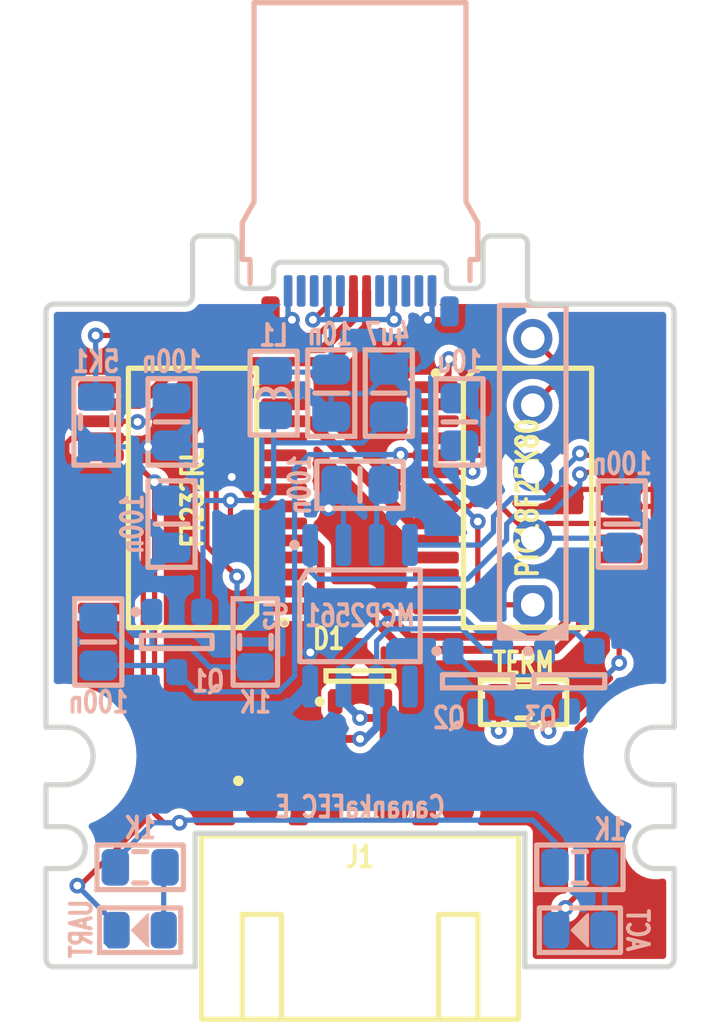
<source format=kicad_pcb>
(kicad_pcb (version 20221018) (generator pcbnew)
  (layers (0 "F.Cu" signal) (31 "B.Cu" jumper) (34 "B.Paste" user) (35 "F.Paste" user) (36 "B.SilkS" user "B.Silkscreen") (37 "F.SilkS" user "F.Silkscreen") (38 "B.Mask" user) (39 "F.Mask" user) (44 "Edge.Cuts" user))
  (net 0 "")
  (net 1 "A_CC")
  (net 2 "TXD")
  (net 3 "5V")
  (net 4 "RXD")
  (net 5 "USB_DP")
  (net 6 "USB_DM")
  (net 7 "GND")
  (net 8 "USB_Vin")
  (net 9 "3V3")
  (net 10 "5V_SW")
  (net 11 "PWREN#'")
  (net 12 "PWREN#")
  (net 13 "TXDEN")
  (net 14 "RTS_CTS")
  (net 15 "CLOCK")
  (net 16 "CANTX")
  (net 17 "CANRX")
  (net 18 "CANL")
  (net 19 "CANH")
  (net 20 "LED_UART")
  (net 21 "LED_UART'")
  (net 22 "LED_ACTIVITY")
  (net 23 "TERMINATE")
  (net 24 "ICSP_VPP")
  (net 25 "ICSP_DAT")
  (net 26 "ICSP_CLK")
  (net 27 "VDD_CORE")
  (net 28 "LED_ACTIVITY'")
  (net 29 "CAN_L_TERM")
  (net 30 "CAN_H_TERM")
  (footprint "Medo64:U Micro PIC18F25K80 (SSOP-28)" (layer "F.Cu") (at 38.4 30)
    (fp_text reference "U2" hide)
    (fp_text value "PIC18F25K80")
  )
  (footprint "Medo64:P USB C 3.2 Edge (24w)" (layer "F.Cu") (at 32 22)
    (fp_text reference "P1" hide)
    (fp_text value "105444-0001" hide)
  )
  (footprint "Medo64:D TVS SM05T1G (SOT23-3)" (layer "F.Cu") (at 32 36.8)
    (fp_text reference "D1")
    (fp_text value "TVS" hide)
  )
  (footprint "Medo64:J JST XH Edge [CAN] (4w)" (layer "F.Cu") (at 32 40.8)
    (fp_text reference "J1")
    (fp_text value "B3B-XH-A")
  )
  (footprint "Medo64:U Transciever UART FT232RL (SSOP-28)" (layer "F.Cu") (at 25.6 30 180)
    (fp_text reference "U1" hide)
    (fp_text value "FT232RL")
  )
  (footprint "Medo64:R (0805)" (layer "F.Cu") (at 38.25 37.8)
    (fp_text reference "R1" hide)
    (fp_text value "TERM")
  )
  (footprint "Medo64:R (0805)" (layer "B.Cu") (at 40.4 44.1)
    (fp_text reference "R3" hide)
    (fp_text value "1K")
  )
  (footprint "Medo64:ICSP PIC Pogo SS (5w)" (layer "B.Cu") (at 38.6 29 90)
    (fp_text reference "ICSP" hide)
    (fp_text value "Microchip PIC" hide)
  )
  (footprint "Medo64:U Transciever CAN MCP2561 (SOIC-8)" (layer "B.Cu") (at 32 34.5 -90)
    (fp_text reference "U?")
    (fp_text value "MCP2561")
  )
  (footprint "Medo64:L (0805)" (layer "B.Cu") (at 28.7 26 90)
    (fp_text reference "L1")
    (fp_text value "600R" hide)
  )
  (footprint "Medo64:C (0805)" (layer "B.Cu") (at 30.9 26 90)
    (fp_text reference "C1" hide)
    (fp_text value "10n")
  )
  (footprint "Medo64:DS (0805)" (layer "B.Cu") (at 40.4 46.5)
    (fp_text reference "DS2" hide)
    (fp_text value "ACT")
  )
  (footprint "Medo64:Q MOSFET-P (SOT23-3)" (layer "B.Cu") (at 36.5 37)
    (fp_text reference "Q2")
    (fp_text value "" hide)
  )
  (footprint "Medo64:R (0805)" (layer "B.Cu") (at 28 35.5 -90)
    (fp_text reference "R3" hide)
    (fp_text value "1K")
  )
  (footprint "Medo64:C (0805)" (layer "B.Cu") (at 24.8 27.1 90)
    (fp_text reference "C3" hide)
    (fp_text value "100n")
  )
  (footprint "Medo64:C (0805)" (layer "B.Cu") (at 42 31 -90)
    (fp_text reference "C5" hide)
    (fp_text value "100n")
  )
  (footprint "Medo64:C (0805)" (layer "B.Cu") (at 24.8 31 90)
    (fp_text reference "C2" hide)
    (fp_text value "100n")
  )
  (footprint "Medo64:Q MOSFET-P (SOT23-3)" (layer "B.Cu") (at 40 37)
    (fp_text reference "Q3")
    (fp_text value "" hide)
  )
  (footprint "Medo64:R (0805)" (layer "B.Cu") (at 21.92 27.1 90)
    (fp_text reference "R4" hide)
    (fp_text value "5K1")
  )
  (footprint "Medo64:C (0805)" (layer "B.Cu") (at 32 29.5)
    (fp_text reference "C6" hide)
    (fp_text value "100n")
  )
  (footprint "Medo64:C (0805)" (layer "B.Cu") (at 35.8 27.1 -90)
    (fp_text reference "C8" hide)
    (fp_text value "10u")
  )
  (footprint "Medo64:Q MOSFET-P (SOT23-3)" (layer "B.Cu") (at 25 35.5)
    (fp_text reference "Q1")
    (fp_text value "" hide)
  )
  (footprint "Medo64:DS (0805)" (layer "B.Cu") (at 23.6 46.5)
    (fp_text reference "DS1" hide)
    (fp_text value "UART")
  )
  (footprint "Medo64:R (0805)" (layer "B.Cu") (at 23.6 44.1)
    (fp_text reference "R2" hide)
    (fp_text value "1K")
  )
  (footprint "Medo64:C (0805)" (layer "B.Cu") (at 33.1 26 -90)
    (fp_text reference "C7" hide)
    (fp_text value "4u7")
  )
  (footprint "Medo64:C (0805)" (layer "B.Cu") (at 22 35.5 -90)
    (fp_text reference "C4" hide)
    (fp_text value "100n")
  )
  (gr_line locked (start 38.4 20.3) (end 38.4 22.3) (stroke (width 0.2)) (layer "Edge.Cuts"))
  (gr_arc locked (start 25.6 22.3) (mid 25.512132 22.512132) (end 25.3 22.6) (stroke (width 0.2)) (layer "Edge.Cuts"))
  (gr_arc locked (start 43.3 40.95) (mid 42.2 39.85) (end 43.3 38.75) (stroke (width 0.2)) (layer "Edge.Cuts"))
  (gr_line locked (start 38.3 47.9) (end 43.7 47.9) (stroke (width 0.2)) (layer "Edge.Cuts"))
  (gr_line locked (start 20.7 40.95) (end 20 40.95) (stroke (width 0.2)) (layer "Edge.Cuts"))
  (gr_line locked (start 43.3 40.95) (end 44 40.95) (stroke (width 0.2)) (layer "Edge.Cuts"))
  (gr_line locked (start 44 44.15) (end 43.3 44.15) (stroke (width 0.2)) (layer "Edge.Cuts"))
  (gr_arc locked (start 35 21) (mid 35.212132 21.087868) (end 35.3 21.3) (stroke (width 0.2)) (layer "Edge.Cuts"))
  (gr_arc locked (start 28.7 21.3) (mid 28.787868 21.087868) (end 29 21) (stroke (width 0.2)) (layer "Edge.Cuts"))
  (gr_line locked (start 38.1 20) (end 37 20) (stroke (width 0.2)) (layer "Edge.Cuts"))
  (gr_arc locked (start 28.7 21.7) (mid 28.612132 21.912132) (end 28.4 22) (stroke (width 0.2)) (layer "Edge.Cuts"))
  (gr_arc locked (start 27 20) (mid 27.212132 20.087868) (end 27.3 20.3) (stroke (width 0.2)) (layer "Edge.Cuts"))
  (gr_arc locked (start 43.7 22.6) (mid 43.912132 22.687868) (end 44 22.9) (stroke (width 0.2)) (layer "Edge.Cuts"))
  (gr_line locked (start 20 44.15) (end 20 47.6) (stroke (width 0.2)) (layer "Edge.Cuts"))
  (gr_line locked (start 20 38.75) (end 20.7 38.75) (stroke (width 0.2)) (layer "Edge.Cuts"))
  (gr_line locked (start 44 42.55) (end 43.3 42.55) (stroke (width 0.2)) (layer "Edge.Cuts"))
  (gr_arc locked (start 38.7 22.6) (mid 38.487868 22.512132) (end 38.4 22.3) (stroke (width 0.2)) (layer "Edge.Cuts"))
  (gr_line locked (start 44 42.55) (end 44 40.95) (stroke (width 0.2)) (layer "Edge.Cuts"))
  (gr_line locked (start 28.4 22) (end 27.6 22) (stroke (width 0.2)) (layer "Edge.Cuts"))
  (gr_line locked (start 43.7 22.6) (end 38.7 22.6) (stroke (width 0.2)) (layer "Edge.Cuts"))
  (gr_line locked (start 20.3 22.6) (end 25.3 22.6) (stroke (width 0.2)) (layer "Edge.Cuts"))
  (gr_arc locked (start 38.1 20) (mid 38.312132 20.087868) (end 38.4 20.3) (stroke (width 0.2)) (layer "Edge.Cuts"))
  (gr_arc locked (start 35.6 22) (mid 35.387868 21.912132) (end 35.3 21.7) (stroke (width 0.2)) (layer "Edge.Cuts"))
  (gr_line locked (start 35.3 21.7) (end 35.3 21.3) (stroke (width 0.2)) (layer "Edge.Cuts"))
  (gr_line locked (start 27.3 20.3) (end 27.3 21.7) (stroke (width 0.2)) (layer "Edge.Cuts"))
  (gr_arc locked (start 20 22.9) (mid 20.087868 22.687868) (end 20.3 22.6) (stroke (width 0.2)) (layer "Edge.Cuts"))
  (gr_arc locked (start 36.7 20.3) (mid 36.787868 20.087868) (end 37 20) (stroke (width 0.2)) (layer "Edge.Cuts"))
  (gr_arc locked (start 20.7 42.55) (mid 21.5 43.35) (end 20.7 44.15) (stroke (width 0.2)) (layer "Edge.Cuts"))
  (gr_arc locked (start 27.6 22) (mid 27.387868 21.912132) (end 27.3 21.7) (stroke (width 0.2)) (layer "Edge.Cuts"))
  (gr_line locked (start 36.7 20.3) (end 36.7 21.7) (stroke (width 0.2)) (layer "Edge.Cuts"))
  (gr_arc locked (start 44 47.6) (mid 43.912132 47.812132) (end 43.7 47.9) (stroke (width 0.2)) (layer "Edge.Cuts"))
  (gr_line locked (start 36.4 22) (end 35.6 22) (stroke (width 0.2)) (layer "Edge.Cuts"))
  (gr_line locked (start 44 22.9) (end 44 38.75) (stroke (width 0.2)) (layer "Edge.Cuts"))
  (gr_line locked (start 43.3 38.75) (end 44 38.75) (stroke (width 0.2)) (layer "Edge.Cuts"))
  (gr_line locked (start 28.7 21.7) (end 28.7 21.3) (stroke (width 0.2)) (layer "Edge.Cuts"))
  (gr_arc locked (start 20.7 38.75) (mid 21.8 39.85) (end 20.7 40.95) (stroke (width 0.2)) (layer "Edge.Cuts"))
  (gr_arc locked (start 43.3 44.15) (mid 42.5 43.35) (end 43.3 42.55) (stroke (width 0.2)) (layer "Edge.Cuts"))
  (gr_line locked (start 25.9 20) (end 27 20) (stroke (width 0.2)) (layer "Edge.Cuts"))
  (gr_line locked (start 25.6 20.3) (end 25.6 22.3) (stroke (width 0.2)) (layer "Edge.Cuts"))
  (gr_line locked (start 44 44.15) (end 44 47.6) (stroke (width 0.2)) (layer "Edge.Cuts"))
  (gr_line locked (start 20 22.9) (end 20 38.75) (stroke (width 0.2)) (layer "Edge.Cuts"))
  (gr_line locked (start 20.7 44.15) (end 20 44.15) (stroke (width 0.2)) (layer "Edge.Cuts"))
  (gr_line locked (start 38.3 42.8) (end 25.7 42.8) (stroke (width 0.2)) (layer "Edge.Cuts"))
  (gr_arc locked (start 25.6 20.3) (mid 25.687868 20.087868) (end 25.9 20) (stroke (width 0.2)) (layer "Edge.Cuts"))
  (gr_arc locked (start 36.7 21.7) (mid 36.612132 21.912132) (end 36.4 22) (stroke (width 0.2)) (layer "Edge.Cuts"))
  (gr_line locked (start 29 21) (end 35 21) (stroke (width 0.2)) (layer "Edge.Cuts"))
  (gr_line locked (start 25.7 47.9) (end 25.7 42.8) (stroke (width 0.2)) (layer "Edge.Cuts"))
  (gr_line locked (start 20.7 42.55) (end 20 42.55) (stroke (width 0.2)) (layer "Edge.Cuts"))
  (gr_line locked (start 20 42.55) (end 20 40.95) (stroke (width 0.2)) (layer "Edge.Cuts"))
  (gr_line locked (start 20.3 47.9) (end 25.7 47.9) (stroke (width 0.2)) (layer "Edge.Cuts"))
  (gr_line locked (start 38.3 47.9) (end 38.3 42.8) (stroke (width 0.2)) (layer "Edge.Cuts"))
  (gr_arc locked (start 20.3 47.9) (mid 20.087868 47.812132) (end 20 47.6) (stroke (width 0.2)) (layer "Edge.Cuts"))
  (gr_text "CanankaFEC E" (at 32 41.8) (layer "B.SilkS") (effects (font (size 0.8 0.6) (thickness 0.15) bold) (justify mirror)))
  (segment (start 31.25 22.927808) (end 30.377808 23.8) (width 0.2) (layer "F.Cu") (net 1))
  (segment (start 31.25 22.1) (end 31.25 22.927808) (width 0.2) (layer "F.Cu") (net 1))
  (segment (start 30.377808 23.8) (end 21.9 23.8) (width 0.2) (layer "F.Cu") (net 1))
  (via (at 21.9 23.8) (size 0.6) (drill 0.3) (layers "F.Cu" "B.Cu") (net 1))
  (segment (start 21.9 23.8) (end 21.9 26.13) (width 0.2) (layer "B.Cu") (net 1))
  (segment (start 29.1 34.225) (end 32.088604 34.225) (width 0.3) (layer "F.Cu") (net 2))
  (segment (start 39.5 35.8) (end 40.4 34.9) (width 0.3) (layer "F.Cu") (net 2))
  (segment (start 40.711396 32.925) (end 41.9 32.925) (width 0.3) (layer "F.Cu") (net 2))
  (segment (start 40.4 33.236396) (end 40.711396 32.925) (width 0.3) (layer "F.Cu") (net 2))
  (segment (start 33.663604 35.8) (end 39.5 35.8) (width 0.3) (layer "F.Cu") (net 2))
  (segment (start 32.088604 34.225) (end 33.663604 35.8) (width 0.3) (layer "F.Cu") (net 2))
  (segment (start 40.4 34.9) (end 40.4 33.236396) (width 0.3) (layer "F.Cu") (net 2))
  (segment (start 24.499647 42.399647) (end 25.099647 42.399647) (width 0.2) (layer "F.Cu") (net 3))
  (segment (start 23.775 29.025) (end 24.15 29.4) (width 0.2) (layer "F.Cu") (net 3))
  (segment (start 28.047793 32.275) (end 29.1 32.275) (width 0.2) (layer "F.Cu") (net 3))
  (segment (start 24.15 29.4) (end 24.15 42.05) (width 0.2) (layer "F.Cu") (net 3))
  (segment (start 27.0495 31.276707) (end 28.047793 32.275) (width 0.2) (layer "F.Cu") (net 3))
  (segment (start 24.15 42.05) (end 24.499647 42.399647) (width 0.2) (layer "F.Cu") (net 3))
  (segment (start 27.0495 30.1) (end 27.0495 31.276707) (width 0.2) (layer "F.Cu") (net 3))
  (segment (start 22.1 29.025) (end 23.775 29.025) (width 0.2) (layer "F.Cu") (net 3))
  (via (at 27.0495 30.1) (size 0.6) (drill 0.3) (layers "F.Cu" "B.Cu") (net 3))
  (via (at 24.15 29.4) (size 0.6) (drill 0.3) (layers "F.Cu" "B.Cu") (net 3))
  (via (at 25.099647 42.399647) (size 0.6) (drill 0.3) (layers "F.Cu" "B.Cu") (net 3))
  (segment (start 28.7 29.8) (end 28.7 27.9) (width 0.2) (layer "B.Cu") (net 3))
  (segment (start 39.45 43.15) (end 38.6 42.3) (width 0.2) (layer "B.Cu") (net 3))
  (segment (start 28.4 30.1) (end 28.7 29.8) (width 0.2) (layer "B.Cu") (net 3))
  (segment (start 28.7 27.9) (end 28.7 26.85) (width 0.2) (layer "B.Cu") (net 3))
  (segment (start 39.45 44.1) (end 39.45 43.15) (width 0.2) (layer "B.Cu") (net 3))
  (segment (start 25.099647 42.399647) (end 24.100353 42.399647) (width 0.2) (layer "B.Cu") (net 3))
  (segment (start 25.199294 42.3) (end 25.099647 42.399647) (width 0.2) (layer "B.Cu") (net 3))
  (segment (start 24.8 30.1) (end 24.15 29.45) (width 0.2) (layer "B.Cu") (net 3))
  (segment (start 26 30.1) (end 24.8 30.1) (width 0.2) (layer "B.Cu") (net 3))
  (segment (start 27.0495 30.1) (end 28.4 30.1) (width 0.2) (layer "B.Cu") (net 3))
  (segment (start 33.1 26.9) (end 32.1 27.9) (width 0.2) (layer "B.Cu") (net 3))
  (segment (start 24.15 29.45) (end 24.15 29.4) (width 0.2) (layer "B.Cu") (net 3))
  (segment (start 26 34.3) (end 26 30.1) (width 0.2) (layer "B.Cu") (net 3))
  (segment (start 32.1 27.9) (end 28.7 27.9) (width 0.2) (layer "B.Cu") (net 3))
  (segment (start 24.100353 42.399647) (end 22.65 43.85) (width 0.2) (layer "B.Cu") (net 3))
  (segment (start 38.6 42.3) (end 25.199294 42.3) (width 0.2) (layer "B.Cu") (net 3))
  (segment (start 26 30.1) (end 27.0495 30.1) (width 0.2) (layer "B.Cu") (net 3))
  (segment (start 40.625 32.275) (end 41.9 32.275) (width 0.3) (layer "F.Cu") (net 4))
  (segment (start 29.1 31.625) (end 30.225 31.625) (width 0.3) (layer "F.Cu") (net 4))
  (segment (start 39.9 34.7) (end 39.9 33) (width 0.3) (layer "F.Cu") (net 4))
  (segment (start 30.5 33.55) (end 30.65 33.7) (width 0.3) (layer "F.Cu") (net 4))
  (segment (start 39.3 35.3) (end 39.9 34.7) (width 0.3) (layer "F.Cu") (net 4))
  (segment (start 30.65 33.7) (end 32.3 33.7) (width 0.3) (layer "F.Cu") (net 4))
  (segment (start 33.9 35.3) (end 39.3 35.3) (width 0.3) (layer "F.Cu") (net 4))
  (segment (start 39.9 33) (end 40.625 32.275) (width 0.3) (layer "F.Cu") (net 4))
  (segment (start 30.225 31.625) (end 30.5 31.9) (width 0.3) (layer "F.Cu") (net 4))
  (segment (start 30.5 31.9) (end 30.5 33.55) (width 0.3) (layer "F.Cu") (net 4))
  (segment (start 32.3 33.7) (end 33.9 35.3) (width 0.3) (layer "F.Cu") (net 4))
  (segment (start 22.1 25.775) (end 23.517894 25.775) (width 0.35) (layer "F.Cu") (net 5))
  (segment (start 31.75 23.15) (end 31.75 22.1) (width 0.35) (layer "F.Cu") (net 5))
  (segment (start 24.992893 24.3) (end 30.6 24.3) (width 0.35) (layer "F.Cu") (net 5))
  (segment (start 30.6 24.3) (end 31.75 23.15) (width 0.35) (layer "F.Cu") (net 5))
  (segment (start 23.517894 25.775) (end 24.992893 24.3) (width 0.35) (layer "F.Cu") (net 5))
  (segment (start 30.907107 24.8) (end 25.2 24.8) (width 0.35) (layer "F.Cu") (net 6))
  (segment (start 32.25 22.1) (end 32.25 23.457107) (width 0.35) (layer "F.Cu") (net 6))
  (segment (start 25.2 24.8) (end 23.575 26.425) (width 0.35) (layer "F.Cu") (net 6))
  (segment (start 32.25 23.457107) (end 30.907107 24.8) (width 0.35) (layer "F.Cu") (net 6))
  (segment (start 23.575 26.425) (end 22.1 26.425) (width 0.35) (layer "F.Cu") (net 6))
  (segment (start 28.25 40.8) (end 28.25 38.85) (width 0.6) (layer "F.Cu") (net 7))
  (segment (start 42.975 31.625) (end 43.2 31.4) (width 0.2) (layer "F.Cu") (net 7))
  (segment (start 34.75 22.1) (end 34.75 23.05) (width 0.2) (layer "F.Cu") (net 7))
  (segment (start 36.3 29.8) (end 36.175 29.675) (width 0.2) (layer "F.Cu") (net 7))
  (segment (start 23.575 27.725) (end 23.9 28.05) (width 0.2) (layer "F.Cu") (net 7))
  (segment (start 30.725 30.325) (end 30.8 30.4) (width 0.2) (layer "F.Cu") (net 7))
  (segment (start 33.575 29.675) (end 32.6 28.7) (width 0.2) (layer "F.Cu") (net 7))
  (segment (start 20.8 29.7) (end 20.825 29.675) (width 0.2) (layer "F.Cu") (net 7))
  (segment (start 36.175 29.675) (end 34.9 29.675) (width 0.2) (layer "F.Cu") (net 7))
  (segment (start 22.1 27.725) (end 23.575 27.725) (width 0.2) (layer "F.Cu") (net 7))
  (segment (start 36.7 27.1) (end 36.7 23.4) (width 0.2) (layer "F.Cu") (net 7))
  (segment (start 43.2 30.325) (end 43.2 27.9) (width 0.2) (layer "F.Cu") (net 7))
  (segment (start 36.175 30.325) (end 36.3 30.2) (width 0.2) (layer "F.Cu") (net 7))
  (segment (start 34.9 29.675) (end 33.575 29.675) (width 0.2) (layer "F.Cu") (net 7))
  (segment (start 29.1 30.325) (end 28.225 30.325) (width 0.2) (layer "F.Cu") (net 7))
  (segment (start 34.75 22.95697) (end 34.75 22.1) (width 0.2) (layer "F.Cu") (net 7))
  (segment (start 22.1 32.275) (end 20.8 32.275) (width 0.2) (layer "F.Cu") (net 7))
  (segment (start 41.9 31.625) (end 42.975 31.625) (width 0.2) (layer "F.Cu") (net 7))
  (segment (start 31.275 35.825) (end 32 35.825) (width 0.6) (layer "F.Cu") (net 7))
  (segment (start 30.1 35.9) (end 31.2 35.9) (width 0.2) (layer "F.Cu") (net 7))
  (segment (start 36.7 23.4) (end 36.5 23.2) (width 0.2) (layer "F.Cu") (net 7))
  (segment (start 20.8 27.9) (end 20.975 27.725) (width 0.2) (layer "F.Cu") (net 7))
  (segment (start 43.2 31.4) (end 43.2 30.325) (width 0.2) (layer "F.Cu") (net 7))
  (segment (start 43.025 27.725) (end 41.9 27.725) (width 0.2) (layer "F.Cu") (net 7))
  (segment (start 43.125 29.675) (end 41.9 29.675) (width 0.2) (layer "F.Cu") (net 7))
  (segment (start 32.6 25.2) (end 34.6 23.2) (width 0.2) (layer "F.Cu") (net 7))
  (segment (start 38.6 29) (end 36.7 27.1) (width 0.2) (layer "F.Cu") (net 7))
  (segment (start 43.2 27.9) (end 43.025 27.725) (width 0.2) (layer "F.Cu") (net 7))
  (segment (start 22.1 32.925) (end 20.925 32.925) (width 0.2) (layer "F.Cu") (net 7))
  (segment (start 29.25 23.05) (end 29.4 23.2) (width 0.2) (layer "F.Cu") (net 7))
  (segment (start 20.975 27.725) (end 22.1 27.725) (width 0.2) (layer "F.Cu") (net 7))
  (segment (start 43.2 30.325) (end 41.9 30.325) (width 0.2) (layer "F.Cu") (net 7))
  (segment (start 34.9 30.325) (end 36.175 30.325) (width 0.2) (layer "F.Cu") (net 7))
  (segment (start 20.825 29.675) (end 22.1 29.675) (width 0.2) (layer "F.Cu") (net 7))
  (segment (start 20.8 29.7) (end 20.8 27.9) (width 0.2) (layer "F.Cu") (net 7))
  (segment (start 34.75 23.05) (end 34.6 23.2) (width 0.2) (layer "F.Cu") (net 7))
  (segment (start 29.25 22.1) (end 29.25 23.05) (width 0.2) (layer "F.Cu") (net 7))
  (segment (start 34.50697 23.2) (end 34.75 22.95697) (width 0.2) (layer "F.Cu") (net 7))
  (segment (start 41.9 29.675) (end 39.275 29.675) (width 0.2) (layer "F.Cu") (net 7))
  (segment (start 20.8 32.275) (end 20.8 29.7) (width 0.2) (layer "F.Cu") (net 7))
  (segment (start 28.225 30.325) (end 27.1 29.2) (width 0.2) (layer "F.Cu") (net 7))
  (segment (start 36.3 30.2) (end 36.3 29.8) (width 0.2) (layer "F.Cu") (net 7))
  (segment (start 28.25 38.85) (end 31.275 35.825) (width 0.6) (layer "F.Cu") (net 7))
  (segment (start 39.275 29.675) (end 38.6 29) (width 0.2) (layer "F.Cu") (net 7))
  (segment (start 31.2 35.9) (end 31.275 35.825) (width 0.2) (layer "F.Cu") (net 7))
  (segment (start 29.1 30.325) (end 30.725 30.325) (width 0.2) (layer "F.Cu") (net 7))
  (segment (start 32.6 28.7) (end 32.6 25.2) (width 0.2) (layer "F.Cu") (net 7))
  (segment (start 36.5 23.2) (end 34.6 23.2) (width 0.2) (layer "F.Cu") (net 7))
  (segment (start 20.8 32.8) (end 20.8 32.275) (width 0.2) (layer "F.Cu") (net 7))
  (segment (start 20.925 32.925) (end 20.8 32.8) (width 0.2) (layer "F.Cu") (net 7))
  (via (at 27.1 29.2) (size 0.6) (drill 0.3) (layers "F.Cu" "B.Cu") (net 7))
  (via (at 23.9 28.05) (size 0.6) (drill 0.3) (layers "F.Cu" "B.Cu") (net 7))
  (via (at 30.8 30.4) (size 0.6) (drill 0.3) (layers "F.Cu" "B.Cu") (net 7))
  (via (at 29.4 23.2) (size 0.6) (drill 0.3) (layers "F.Cu" "B.Cu") (net 7))
  (via (at 34.6 23.2) (size 0.6) (drill 0.3) (layers "F.Cu" "B.Cu") (net 7))
  (via (at 30.1 35.9) (size 0.6) (drill 0.3) (layers "F.Cu" "B.Cu") (net 7))
  (segment (start 25.9 28) (end 24.8 28) (width 0.2) (layer "B.Cu") (net 7))
  (segment (start 30.095 35.905) (end 30.1 35.9) (width 0.2) (layer "B.Cu") (net 7))
  (segment (start 30.095 37.2) (end 30.095 35.905) (width 0.2) (layer "B.Cu") (net 7))
  (segment (start 36.2 25.1) (end 36.2 24.5) (width 0.2) (layer "B.Cu") (net 7))
  (segment (start 34.6 24.7) (end 34.6 24) (width 0.2) (layer "B.Cu") (net 7))
  (segment (start 27.3 23.7) (end 27.3 26) (width 0.2) (layer "B.Cu") (net 7))
  (segment (start 24.4 28.3) (end 24.15 28.05) (width 0.2) (layer "B.Cu") (net 7))
  (segment (start 42 25.4) (end 41.7 25.1) (width 0.2) (layer "B.Cu") (net 7))
  (segment (start 30.8 30.4) (end 30.8 29.8) (width 0.2) (layer "B.Cu") (net 7))
  (segment (start 32.275 26.025) (end 30.9 26.025) (width 0.2) (layer "B.Cu") (net 7))
  (segment (start 34.6 24) (end 34.6 23.2) (width 0.2) (layer "B.Cu") (net 7))
  (segment (start 35.7 24) (end 34.6 24) (width 0.2) (layer "B.Cu") (net 7))
  (segment (start 36.2 24.5) (end 35.7 24) (width 0.2) (layer "B.Cu") (net 7))
  (segment (start 34.75 22.1) (end 34.75 23.05) (width 0.2) (layer "B.Cu") (net 7))
  (segment (start 42 30.1) (end 42 25.4) (width 0.2) (layer "B.Cu") (net 7))
  (segment (start 33.1 25.2) (end 32.275 26.025) (width 0.2) (layer "B.Cu") (net 7))
  (segment (start 29.4 23.2) (end 27.8 23.2) (width 0.2) (layer "B.Cu") (net 7))
  (segment (start 27.8 23.2) (end 27.3 23.7) (width 0.2) (layer "B.Cu") (net 7))
  (segment (start 23.6 28.05) (end 23.9 28.05) (width 0.2) (layer "B.Cu") (net 7))
  (segment (start 34.2 25.1) (end 34.6 24.7) (width 0.2) (layer "B.Cu") (net 7))
  (segment (start 27.1 29.2) (end 27.1 28) (width 0.2) (layer "B.Cu") (net 7))
  (segment (start 41.7 25.1) (end 36.2 25.1) (width 0.2) (layer "B.Cu") (net 7))
  (segment (start 36.2 25.8) (end 36.2 25.1) (width 0.2) (layer "B.Cu") (net 7))
  (segment (start 29.25 23.05) (end 29.25 22.1) (width 0.2) (layer "B.Cu") (net 7))
  (segment (start 23.6 30.7) (end 23.6 28.05) (width 0.2) (layer "B.Cu") (net 7))
  (segment (start 30.9 26.9) (end 30.9 26.025) (width 0.2) (layer "B.Cu") (net 7))
  (segment (start 24.15 28.05) (end 23.9 28.05) (width 0.2) (layer "B.Cu") (net 7))
  (segment (start 27.1 28) (end 27.3 27.8) (width 0.2) (layer "B.Cu") (net 7))
  (segment (start 27.1 28) (end 25.9 28) (width 0.2) (layer "B.Cu") (net 7))
  (segment (start 33.1 25.1) (end 34.2 25.1) (width 0.2) (layer "B.Cu") (net 7))
  (segment (start 24.8 31.9) (end 23.6 30.7) (width 0.2) (layer "B.Cu") (net 7))
  (segment (start 31.365 31.8) (end 31.365 29.765) (width 0.2) (layer "B.Cu") (net 7))
  (segment (start 21.92 28.05) (end 24.75 28.05) (width 0.2) (layer "B.Cu") (net 7))
  (segment (start 29.4 23.2) (end 29.25 23.05) (width 0.2) (layer "B.Cu") (net 7))
  (segment (start 30.9 26.025) (end 27.325 26.025) (width 0.2) (layer "B.Cu") (net 7))
  (segment (start 34.75 23.05) (end 34.6 23.2) (width 0.2) (layer "B.Cu") (net 7))
  (segment (start 27.325 26.025) (end 27.3 26) (width 0.2) (layer "B.Cu") (net 7))
  (segment (start 27.3 27.8) (end 27.3 26) (width 0.2) (layer "B.Cu") (net 7))
  (segment (start 33.25 22.1) (end 33.25 23.15) (width 0.2) (layer "F.Cu") (net 8))
  (segment (start 30.220236 23.19999) (end 30.2 23.19999) (width 0.2) (layer "F.Cu") (net 8))
  (segment (start 30.75 22.1) (end 30.75 22.670226) (width 0.2) (layer "F.Cu") (net 8))
  (segment (start 30.75 22.670226) (end 30.220236 23.19999) (width 0.2) (layer "F.Cu") (net 8))
  (via (at 30.2 23.19999) (size 0.6) (drill 0.3) (layers "F.Cu" "B.Cu") (net 8))
  (via (at 33.3 23.192136) (size 0.6) (drill 0.3) (layers "F.Cu" "B.Cu") (net 8))
  (segment (start 30.692146 23.19999) (end 30.2 23.19999) (width 0.2) (layer "B.Cu") (net 8))
  (segment (start 30.9 23.192136) (end 30.207854 23.192136) (width 0.2) (layer "B.Cu") (net 8))
  (segment (start 33.25 22.1) (end 33.25 23.05) (width 0.2) (layer "B.Cu") (net 8))
  (segment (start 30.75 23.142136) (end 30.692146 23.19999) (width 0.2) (layer "B.Cu") (net 8))
  (segment (start 30.75 22.1) (end 30.75 23.142136) (width 0.2) (layer "B.Cu") (net 8))
  (segment (start 33.25 23.05) (end 33.3 23.1) (width 0.2) (layer "B.Cu") (net 8))
  (segment (start 30.207854 23.192136) (end 30.2 23.19999) (width 0.2) (layer "B.Cu") (net 8))
  (segment (start 33.3 23.192136) (end 30.9 23.192136) (width 0.2) (layer "B.Cu") (net 8))
  (segment (start 30.9 25.2) (end 30.9 23.192136) (width 0.2) (layer "B.Cu") (net 8))
  (segment (start 30.9 25.2) (end 28.75 25.2) (width 0.2) (layer "B.Cu") (net 8))
  (segment (start 23.475 27.075) (end 23.5 27.1) (width 0.2) (layer "F.Cu") (net 9))
  (segment (start 22.1 27.075) (end 23.475 27.075) (width 0.2) (layer "F.Cu") (net 9))
  (via (at 23.5 27.1) (size 0.6) (drill 0.3) (layers "F.Cu" "B.Cu") (net 9))
  (segment (start 23.5 27.1) (end 23.8 27.1) (width 0.2) (layer "B.Cu") (net 9))
  (segment (start 23.8 27.1) (end 24.4 26.5) (width 0.2) (layer "B.Cu") (net 9))
  (segment (start 36.875 28.375) (end 37.3 28.8) (width 0.2) (layer "F.Cu") (net 10))
  (segment (start 37.3 30.24) (end 38.6 31.54) (width 0.2) (layer "F.Cu") (net 10))
  (segment (start 34.9 28.375) (end 33.576409 28.375) (width 0.2) (layer "F.Cu") (net 10))
  (segment (start 37.3 28.8) (end 37.3 30.24) (width 0.2) (layer "F.Cu") (net 10))
  (segment (start 34.9 28.375) (end 36.875 28.375) (width 0.2) (layer "F.Cu") (net 10))
  (segment (start 33.576409 28.375) (end 33.55 28.348591) (width 0.2) (layer "F.Cu") (net 10))
  (segment (start 38.6 31.54) (end 39.165 30.975) (width 0.2) (layer "F.Cu") (net 10))
  (segment (start 39.165 30.975) (end 41.9 30.975) (width 0.2) (layer "F.Cu") (net 10))
  (via (at 33.55 28.348591) (size 0.6) (drill 0.3) (layers "F.Cu" "B.Cu") (net 10))
  (segment (start 32.635 31.8) (end 32.635 29.765) (width 0.2) (layer "B.Cu") (net 10))
  (segment (start 29.5 36.8) (end 29.5 28.9) (width 0.2) (layer "B.Cu") (net 10))
  (segment (start 29.5 28.9) (end 30.051409 28.348591) (width 0.2) (layer "B.Cu") (net 10))
  (segment (start 41.64 31.54) (end 38.6 31.54) (width 0.2) (layer "B.Cu") (net 10))
  (segment (start 25 36.65) (end 25.75 37.4) (width 0.2) (layer "B.Cu") (net 10))
  (segment (start 32.951409 28.348591) (end 33.55 28.348591) (width 0.2) (layer "B.Cu") (net 10))
  (segment (start 32.9 28.4) (end 32.951409 28.348591) (width 0.2) (layer "B.Cu") (net 10))
  (segment (start 32.9 29.5) (end 32.9 28.4) (width 0.2) (layer "B.Cu") (net 10))
  (segment (start 22 36.4) (end 24.75 36.4) (width 0.2) (layer "B.Cu") (net 10))
  (segment (start 25.75 37.4) (end 28.9 37.4) (width 0.2) (layer "B.Cu") (net 10))
  (segment (start 30.051409 28.348591) (end 33.55 28.348591) (width 0.2) (layer "B.Cu") (net 10))
  (segment (start 28.9 37.4) (end 29.5 36.8) (width 0.2) (layer "B.Cu") (net 10))
  (segment (start 24.05 35.65) (end 24.05 34.35) (width 0.2) (layer "B.Cu") (net 11))
  (segment (start 28 36.45) (end 26.25 36.45) (width 0.2) (layer "B.Cu") (net 11))
  (segment (start 23.2 35.7) (end 22.1 34.6) (width 0.2) (layer "B.Cu") (net 11))
  (segment (start 24.25 35.7) (end 24.1 35.7) (width 0.2) (layer "B.Cu") (net 11))
  (segment (start 26.25 36.45) (end 25.5 35.7) (width 0.2) (layer "B.Cu") (net 11))
  (segment (start 24.1 35.7) (end 24.05 35.65) (width 0.2) (layer "B.Cu") (net 11))
  (segment (start 24.25 35.7) (end 23.2 35.7) (width 0.2) (layer "B.Cu") (net 11))
  (segment (start 25.5 35.7) (end 24.25 35.7) (width 0.2) (layer "B.Cu") (net 11))
  (segment (start 26.15 27.65) (end 26.15 31.84999) (width 0.2) (layer "F.Cu") (net 12))
  (segment (start 26.15 31.84999) (end 27.3 32.99999) (width 0.2) (layer "F.Cu") (net 12))
  (segment (start 28.025 25.775) (end 26.15 27.65) (width 0.2) (layer "F.Cu") (net 12))
  (segment (start 29.1 25.775) (end 28.025 25.775) (width 0.2) (layer "F.Cu") (net 12))
  (via (at 27.3 32.99999) (size 0.6) (drill 0.3) (layers "F.Cu" "B.Cu") (net 12))
  (segment (start 28 34.55) (end 27.3 33.85) (width 0.2) (layer "B.Cu") (net 12))
  (segment (start 27.3 33.85) (end 27.3 32.99999) (width 0.2) (layer "B.Cu") (net 12))
  (segment (start 26.5 28.894974) (end 27.669974 27.725) (width 0.2) (layer "F.Cu") (net 14))
  (segment (start 27.669974 27.725) (end 29.1 27.725) (width 0.2) (layer "F.Cu") (net 14))
  (segment (start 29.1 32.925) (end 28.202818 32.925) (width 0.2) (layer "F.Cu") (net 14))
  (segment (start 28.202818 32.925) (end 26.5 31.222182) (width 0.2) (layer "F.Cu") (net 14))
  (segment (start 26.5 31.222182) (end 26.5 28.894974) (width 0.2) (layer "F.Cu") (net 14))
  (segment (start 30.075 27.075) (end 29.1 27.075) (width 0.4) (layer "F.Cu") (net 15))
  (segment (start 34.9 30.975) (end 33.975 30.975) (width 0.4) (layer "F.Cu") (net 15))
  (segment (start 33.975 30.975) (end 30.075 27.075) (width 0.4) (layer "F.Cu") (net 15))
  (segment (start 41.9 29.025) (end 40.475 29.025) (width 0.2) (layer "F.Cu") (net 16))
  (segment (start 40.475 29.025) (end 40.4 29.1) (width 0.2) (layer "F.Cu") (net 16))
  (via (at 40.4 29.1) (size 0.6) (drill 0.3) (layers "F.Cu" "B.Cu") (net 16))
  (segment (start 37.6 31) (end 37.6 31.6) (width 0.2) (layer "B.Cu") (net 16))
  (segment (start 40.4 29.1) (end 40.4 29.5) (width 0.2) (layer "B.Cu") (net 16))
  (segment (start 30.4 33.1) (end 30.095 32.795) (width 0.2) (layer "B.Cu") (net 16))
  (segment (start 39.36 30.54) (end 38.06 30.54) (width 0.2) (layer "B.Cu") (net 16))
  (segment (start 30.095 32.795) (end 30.095 31.8) (width 0.2) (layer "B.Cu") (net 16))
  (segment (start 37.6 31.6) (end 36.1 33.1) (width 0.2) (layer "B.Cu") (net 16))
  (segment (start 38.06 30.54) (end 37.6 31) (width 0.2) (layer "B.Cu") (net 16))
  (segment (start 36.1 33.1) (end 30.4 33.1) (width 0.2) (layer "B.Cu") (net 16))
  (segment (start 40.4 29.5) (end 39.36 30.54) (width 0.2) (layer "B.Cu") (net 16))
  (segment (start 40.475 28.375) (end 40.4 28.3) (width 0.2) (layer "F.Cu") (net 17))
  (segment (start 41.9 28.375) (end 40.475 28.375) (width 0.2) (layer "F.Cu") (net 17))
  (via (at 40.4 28.3) (size 0.6) (drill 0.3) (layers "F.Cu" "B.Cu") (net 17))
  (segment (start 37.805026 30) (end 39.1 30) (width 0.2) (layer "B.Cu") (net 17))
  (segment (start 36.6 31.8) (end 37.1 31.3) (width 0.2) (layer "B.Cu") (net 17))
  (segment (start 37.1 31.3) (end 37.1 30.705026) (width 0.2) (layer "B.Cu") (net 17))
  (segment (start 33.905 31.8) (end 36.6 31.8) (width 0.2) (layer "B.Cu") (net 17))
  (segment (start 37.1 30.705026) (end 37.805026 30) (width 0.2) (layer "B.Cu") (net 17))
  (segment (start 39.7 29) (end 40.4 28.3) (width 0.2) (layer "B.Cu") (net 17))
  (segment (start 39.1 30) (end 39.7 29.4) (width 0.2) (layer "B.Cu") (net 17))
  (segment (start 39.7 29.4) (end 39.7 29) (width 0.2) (layer "B.Cu") (net 17))
  (segment (start 31.15 39.2) (end 31.05 39.1) (width 0.3) (layer "F.Cu") (net 18))
  (segment (start 32 39.2) (end 31.15 39.2) (width 0.3) (layer "F.Cu") (net 18))
  (segment (start 31.05 40.5) (end 31.05 39.1) (width 0.4) (layer "F.Cu") (net 18))
  (segment (start 31.05 39.1) (end 31.05 39) (width 0.4) (layer "F.Cu") (net 18))
  (segment (start 31.05 39) (end 31.05 37.775) (width 0.4) (layer "F.Cu") (net 18))
  (via (at 32 39.2) (size 0.6) (drill 0.3) (layers "F.Cu" "B.Cu") (net 18))
  (segment (start 32.635 38.765) (end 32.2 39.2) (width 0.3) (layer "B.Cu") (net 18))
  (segment (start 37.45 35.85) (end 36.755026 35.85) (width 0.2) (layer "B.Cu") (net 18))
  (segment (start 33.1 35) (end 32.635 35.465) (width 0.2) (layer "B.Cu") (net 18))
  (segment (start 32.635 35.465) (end 32.635 37.2) (width 0.2) (layer "B.Cu") (net 18))
  (segment (start 32.2 39.2) (end 32 39.2) (width 0.3) (layer "B.Cu") (net 18))
  (segment (start 35.905026 35) (end 33.1 35) (width 0.2) (layer "B.Cu") (net 18))
  (segment (start 36.755026 35.85) (end 35.905026 35) (width 0.2) (layer "B.Cu") (net 18))
  (segment (start 32.635 37.2) (end 32.635 38.765) (width 0.3) (layer "B.Cu") (net 18))
  (segment (start 32.95 38.4) (end 32.95 38.6) (width 0.4) (layer "F.Cu") (net 19))
  (segment (start 32.95 38.6) (end 32.95 40.5) (width 0.4) (layer "F.Cu") (net 19))
  (segment (start 32 38.4) (end 32.95 38.4) (width 0.3) (layer "F.Cu") (net 19))
  (segment (start 32.95 37.775) (end 32.95 38.4) (width 0.4) (layer "F.Cu") (net 19))
  (via (at 32 38.4) (size 0.6) (drill 0.3) (layers "F.Cu" "B.Cu") (net 19))
  (segment (start 31.365 36.235) (end 31.365 37.2) (width 0.2) (layer "B.Cu") (net 19))
  (segment (start 36.48 35.08) (end 36 34.6) (width 0.2) (layer "B.Cu") (net 19))
  (segment (start 31.365 37.765) (end 32 38.4) (width 0.3) (layer "B.Cu") (net 19))
  (segment (start 36 34.6) (end 33 34.6) (width 0.2) (layer "B.Cu") (net 19))
  (segment (start 33 34.6) (end 31.365 36.235) (width 0.2) (layer "B.Cu") (net 19))
  (segment (start 40.18 35.08) (end 36.48 35.08) (width 0.2) (layer "B.Cu") (net 19))
  (segment (start 40.95 35.85) (end 40.18 35.08) (width 0.2) (layer "B.Cu") (net 19))
  (segment (start 23.7 30.5) (end 23.7 30.955026) (width 0.2) (layer "F.Cu") (net 20))
  (segment (start 23.525 30.325) (end 23.7 30.5) (width 0.2) (layer "F.Cu") (net 20))
  (segment (start 23.719974 30.975) (end 23.719974 42.380026) (width 0.2) (layer "F.Cu") (net 20))
  (segment (start 21.3 44.8) (end 21.2 44.8) (width 0.2) (layer "F.Cu") (net 20))
  (segment (start 22.1 30.975) (end 23.719974 30.975) (width 0.2) (layer "F.Cu") (net 20))
  (segment (start 23.719974 42.380026) (end 21.3 44.8) (width 0.2) (layer "F.Cu") (net 20))
  (segment (start 23.7 30.955026) (end 23.719974 30.975) (width 0.2) (layer "F.Cu") (net 20))
  (segment (start 22.1 30.325) (end 23.525 30.325) (width 0.2) (layer "F.Cu") (net 20))
  (via (at 21.2 44.8) (size 0.6) (drill 0.3) (layers "F.Cu" "B.Cu") (net 20))
  (segment (start 22.7 46.3) (end 21.2 44.8) (width 0.2) (layer "B.Cu") (net 20))
  (segment (start 24.5 46.5) (end 24.5 44.15) (width 0.2) (layer "B.Cu") (net 21))
  (segment (start 42.975 33.575) (end 41.9 33.575) (width 0.2) (layer "F.Cu") (net 22))
  (segment (start 43.3 35.801103) (end 43.3 33.9) (width 0.2) (layer "F.Cu") (net 22))
  (segment (start 40.3 45.15) (end 40.3 38.801103) (width 0.2) (layer "F.Cu") (net 22))
  (segment (start 40.3 38.801103) (end 43.3 35.801103) (width 0.2) (layer "F.Cu") (net 22))
  (segment (start 39.85 45.6) (end 40.3 45.15) (width 0.2) (layer "F.Cu") (net 22))
  (segment (start 43.3 33.9) (end 42.975 33.575) (width 0.2) (layer "F.Cu") (net 22))
  (via (at 39.85 45.65) (size 0.6) (drill 0.3) (layers "F.Cu" "B.Cu") (net 22))
  (segment (start 39.85 46.15) (end 39.85 45.65) (width 0.2) (layer "B.Cu") (net 22))
  (segment (start 41.9 36.3) (end 41.9 34.225) (width 0.2) (layer "F.Cu") (net 23))
  (via (at 41.9 36.3) (size 0.6) (drill 0.3) (layers "F.Cu" "B.Cu") (net 23))
  (segment (start 39.05 36.8) (end 41.4 36.8) (width 0.2) (layer "B.Cu") (net 23))
  (segment (start 41.4 36.8) (end 41.9 36.3) (width 0.2) (layer "B.Cu") (net 23))
  (segment (start 36.5 36.8) (end 39.05 36.8) (width 0.2) (layer "B.Cu") (net 23))
  (segment (start 39.05 36.8) (end 39.05 35.85) (width 0.2) (layer "B.Cu") (net 23))
  (segment (start 35.55 35.85) (end 36.5 36.8) (width 0.2) (layer "B.Cu") (net 23))
  (segment (start 35.4 25.275) (end 35.4 24.700006) (width 0.2) (layer "F.Cu") (net 24))
  (segment (start 36.5 33.7) (end 36.5 30.9) (width 0.2) (layer "F.Cu") (net 24))
  (segment (start 36.88 34.08) (end 36.5 33.7) (width 0.2) (layer "F.Cu") (net 24))
  (segment (start 34.9 25.775) (end 35.4 25.275) (width 0.2) (layer "F.Cu") (net 24))
  (segment (start 38.6 34.08) (end 36.88 34.08) (width 0.2) (layer "F.Cu") (net 24))
  (via (at 36.5 30.9) (size 0.6) (drill 0.3) (layers "F.Cu" "B.Cu") (net 24))
  (via (at 35.4 24.700006) (size 0.6) (drill 0.3) (layers "F.Cu" "B.Cu") (net 24))
  (segment (start 34.7 25.400006) (end 35.4 24.700006) (width 0.2) (layer "B.Cu") (net 24))
  (segment (start 36.5 30.9) (end 34.7 29.1) (width 0.2) (layer "B.Cu") (net 24))
  (segment (start 34.7 29.1) (end 34.7 25.400006) (width 0.2) (layer "B.Cu") (net 24))
  (segment (start 38.6 26.46) (end 39.285 25.775) (width 0.2) (layer "F.Cu") (net 25))
  (segment (start 39.285 25.775) (end 41.9 25.775) (width 0.2) (layer "F.Cu") (net 25))
  (segment (start 39.88 25.2) (end 43 25.2) (width 0.2) (layer "F.Cu") (net 26))
  (segment (start 43.2 25.4) (end 43.2 26.2) (width 0.2) (layer "F.Cu") (net 26))
  (segment (start 38.6 23.92) (end 39.88 25.2) (width 0.2) (layer "F.Cu") (net 26))
  (segment (start 42.975 26.425) (end 41.9 26.425) (width 0.2) (layer "F.Cu") (net 26))
  (segment (start 43 25.2) (end 43.2 25.4) (width 0.2) (layer "F.Cu") (net 26))
  (segment (start 43.2 26.2) (end 42.975 26.425) (width 0.2) (layer "F.Cu") (net 26))
  (segment (start 34.9 29.025) (end 36.275 29.025) (width 0.2) (layer "F.Cu") (net 27))
  (segment (start 36.275 29.025) (end 36.3 29) (width 0.2) (layer "F.Cu") (net 27))
  (via (at 36.3 29) (size 0.6) (drill 0.3) (layers "F.Cu" "B.Cu") (net 27))
  (segment (start 36.3 29) (end 36.3 28.5) (width 0.2) (layer "B.Cu") (net 27))
  (segment (start 36.3 28.5) (end 35.8 28) (width 0.2) (layer "B.Cu") (net 27))
  (segment (start 41.35 44.1) (end 41.35 46.45) (width 0.2) (layer "B.Cu") (net 28))
  (segment (start 37.3 38.9) (end 37.3 37.8) (width 0.2) (layer "F.Cu") (net 29))
  (via (at 37.3 38.9) (size 0.6) (drill 0.3) (layers "F.Cu" "B.Cu") (net 29))
  (segment (start 37.25 38.9) (end 36.5 38.15) (width 0.2) (layer "B.Cu") (net 29))
  (segment (start 37.3 38.7) (end 37.3 38.9495) (width 0.2) (layer "B.Cu") (net 29))
  (segment (start 37.3 38.9) (end 37.25 38.9) (width 0.2) (layer "B.Cu") (net 29))
  (segment (start 36.5 38.15) (end 36.75 38.15) (width 0.2) (layer "B.Cu") (net 29))
  (segment (start 39.2 37.8) (end 39.2 38.9) (width 0.2) (layer "F.Cu") (net 30))
  (via (at 39.2 38.9) (size 0.6) (drill 0.3) (layers "F.Cu" "B.Cu") (net 30))
  (segment (start 40 38.15) (end 39.95 38.15) (width 0.2) (layer "B.Cu") (net 30))
  (segment (start 39.95 38.15) (end 39.2 38.9) (width 0.2) (layer "B.Cu") (net 30))
  (zone (net 7) (net_name "GND") (layers "F&B.Cu") (connect_pads (clearance 0.25)) (min_thickness 0.25) (fill yes (thermal_gap 0.5) (thermal_bridge_width 0.5))
    (polygon (pts (xy 20 22.6) (xy 44 22.6) (xy 44 47.9) (xy 20 47.9)))
  )
)
</source>
